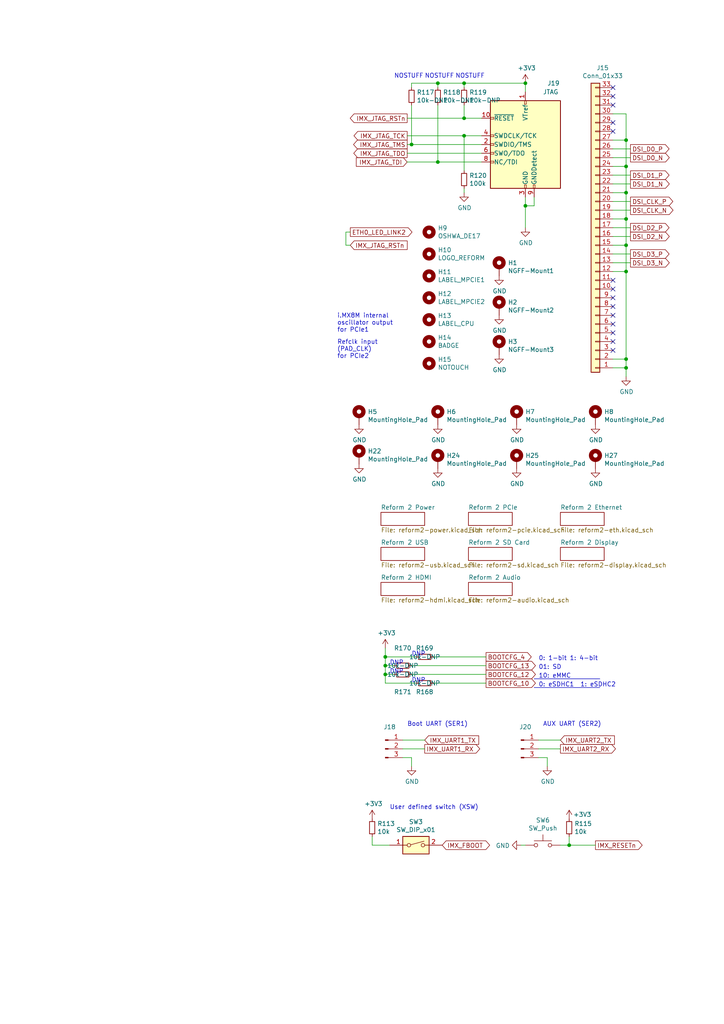
<source format=kicad_sch>
(kicad_sch (version 20231120) (generator "eeschema") (generator_version "8.0")
  (paper "A4" portrait)
  (title_block (title "MNT Reform 2") (date "2023-02-13") (rev "2.5D-2") (company "MNT Research GmbH") (comment 1 "https://mntre.com") (comment 2 "Engineer: Lukas F. Hartmann") (comment 3 "License: CERN-OHL-S 2.0"))
  (lib_symbols
    (symbol "Connector:Conn_01x03_Male" (pin_names (offset 1.016) hide)
      (property "Reference" "J" (at 0 5.08 0))
      (property "Value" "Conn_01x03_Male" (at 0 -5.08 0))
      (symbol "Conn_01x03_Male_1_1"
        (polyline (pts (xy 1.27 -2.54) (xy 0.8636 -2.54)) (stroke (width 0.1524)))
        (polyline (pts (xy 1.27 0) (xy 0.8636 0)) (stroke (width 0.1524)))
        (polyline (pts (xy 1.27 2.54) (xy 0.8636 2.54)) (stroke (width 0.1524)))
        (rectangle (start 0.8636 -2.413) (end 0 -2.667) (stroke (width 0.1524)) (fill (type outline)))
        (rectangle (start 0.8636 0.127) (end 0 -0.127) (stroke (width 0.1524)) (fill (type outline)))
        (rectangle (start 0.8636 2.667) (end 0 2.413) (stroke (width 0.1524)) (fill (type outline)))
        (pin passive line (at 5.08 2.54 180) (length 3.81) (name "Pin_1") (number "1"))
        (pin passive line (at 5.08 0 180) (length 3.81) (name "Pin_2") (number "2"))
        (pin passive line (at 5.08 -2.54 180) (length 3.81) (name "Pin_3") (number "3"))
      )
    )
    (symbol "Connector:Conn_ARM_JTAG_SWD_10" (pin_names (offset 1.016))
      (property "Reference" "J" (at -2.54 16.51 0))
      (property "Value" "Conn_ARM_JTAG_SWD_10" (at -2.54 13.97 0))
      (symbol "Conn_ARM_JTAG_SWD_10_0_1"
        (rectangle (start -10.16 12.7) (end 10.16 -12.7) (stroke (width 0.254)) (fill (type background)))
        (rectangle (start -2.794 -12.7) (end -2.286 -11.684))
        (rectangle (start -0.254 -12.7) (end 0.254 -11.684))
        (rectangle (start -0.254 12.7) (end 0.254 11.684))
        (rectangle (start 9.144 2.286) (end 10.16 2.794))
        (rectangle (start 10.16 -2.794) (end 9.144 -2.286))
        (rectangle (start 10.16 -0.254) (end 9.144 0.254))
        (rectangle (start 10.16 7.874) (end 9.144 7.366))
      )
      (symbol "Conn_ARM_JTAG_SWD_10_1_1"
        (rectangle (start 9.144 -5.334) (end 10.16 -4.826))
        (pin power_in line (at 0 15.24 270) (length 2.54) (name "VTref") (number "1"))
        (pin open_collector line (at 12.7 7.62 180) (length 2.54) (name "~{RESET}") (number "10"))
        (pin bidirectional line (at 12.7 0 180) (length 2.54) (name "SWDIO/TMS") (number "2"))
        (pin power_in line (at 0 -15.24 90) (length 2.54) (name "GND") (number "3"))
        (pin output line (at 12.7 2.54 180) (length 2.54) (name "SWDCLK/TCK") (number "4"))
        (pin passive line (at 0 -15.24 90) (length 2.54) hide (name "GND") (number "5"))
        (pin input line (at 12.7 -2.54 180) (length 2.54) (name "SWO/TDO") (number "6"))
        (pin no_connect line (at -10.16 0 0) (length 2.54) hide (name "KEY") (number "7"))
        (pin output line (at 12.7 -5.08 180) (length 2.54) (name "NC/TDI") (number "8"))
        (pin passive line (at -2.54 -15.24 90) (length 2.54) (name "GNDDetect") (number "9"))
      )
    )
    (symbol "Connector_Generic:Conn_01x33" (pin_names (offset 1.016) hide)
      (property "Reference" "J" (at 0 43.18 0))
      (property "Value" "Conn_01x33" (at 0 -43.18 0))
      (symbol "Conn_01x33_1_1"
        (rectangle (start -1.27 -40.513) (end 0 -40.767) (stroke (width 0.1524)))
        (rectangle (start -1.27 -37.973) (end 0 -38.227) (stroke (width 0.1524)))
        (rectangle (start -1.27 -35.433) (end 0 -35.687) (stroke (width 0.1524)))
        (rectangle (start -1.27 -32.893) (end 0 -33.147) (stroke (width 0.1524)))
        (rectangle (start -1.27 -30.353) (end 0 -30.607) (stroke (width 0.1524)))
        (rectangle (start -1.27 -27.813) (end 0 -28.067) (stroke (width 0.1524)))
        (rectangle (start -1.27 -25.273) (end 0 -25.527) (stroke (width 0.1524)))
        (rectangle (start -1.27 -22.733) (end 0 -22.987) (stroke (width 0.1524)))
        (rectangle (start -1.27 -20.193) (end 0 -20.447) (stroke (width 0.1524)))
        (rectangle (start -1.27 -17.653) (end 0 -17.907) (stroke (width 0.1524)))
        (rectangle (start -1.27 -15.113) (end 0 -15.367) (stroke (width 0.1524)))
        (rectangle (start -1.27 -12.573) (end 0 -12.827) (stroke (width 0.1524)))
        (rectangle (start -1.27 -10.033) (end 0 -10.287) (stroke (width 0.1524)))
        (rectangle (start -1.27 -7.493) (end 0 -7.747) (stroke (width 0.1524)))
        (rectangle (start -1.27 -4.953) (end 0 -5.207) (stroke (width 0.1524)))
        (rectangle (start -1.27 -2.413) (end 0 -2.667) (stroke (width 0.1524)))
        (rectangle (start -1.27 0.127) (end 0 -0.127) (stroke (width 0.1524)))
        (rectangle (start -1.27 2.667) (end 0 2.413) (stroke (width 0.1524)))
        (rectangle (start -1.27 5.207) (end 0 4.953) (stroke (width 0.1524)))
        (rectangle (start -1.27 7.747) (end 0 7.493) (stroke (width 0.1524)))
        (rectangle (start -1.27 10.287) (end 0 10.033) (stroke (width 0.1524)))
        (rectangle (start -1.27 12.827) (end 0 12.573) (stroke (width 0.1524)))
        (rectangle (start -1.27 15.367) (end 0 15.113) (stroke (width 0.1524)))
        (rectangle (start -1.27 17.907) (end 0 17.653) (stroke (width 0.1524)))
        (rectangle (start -1.27 20.447) (end 0 20.193) (stroke (width 0.1524)))
        (rectangle (start -1.27 22.987) (end 0 22.733) (stroke (width 0.1524)))
        (rectangle (start -1.27 25.527) (end 0 25.273) (stroke (width 0.1524)))
        (rectangle (start -1.27 28.067) (end 0 27.813) (stroke (width 0.1524)))
        (rectangle (start -1.27 30.607) (end 0 30.353) (stroke (width 0.1524)))
        (rectangle (start -1.27 33.147) (end 0 32.893) (stroke (width 0.1524)))
        (rectangle (start -1.27 35.687) (end 0 35.433) (stroke (width 0.1524)))
        (rectangle (start -1.27 38.227) (end 0 37.973) (stroke (width 0.1524)))
        (rectangle (start -1.27 40.767) (end 0 40.513) (stroke (width 0.1524)))
        (rectangle (start -1.27 41.91) (end 1.27 -41.91) (stroke (width 0.254)) (fill (type background)))
        (pin passive line (at -5.08 40.64 0) (length 3.81) (name "Pin_1") (number "1"))
        (pin passive line (at -5.08 17.78 0) (length 3.81) (name "Pin_10") (number "10"))
        (pin passive line (at -5.08 15.24 0) (length 3.81) (name "Pin_11") (number "11"))
        (pin passive line (at -5.08 12.7 0) (length 3.81) (name "Pin_12") (number "12"))
        (pin passive line (at -5.08 10.16 0) (length 3.81) (name "Pin_13") (number "13"))
        (pin passive line (at -5.08 7.62 0) (length 3.81) (name "Pin_14") (number "14"))
        (pin passive line (at -5.08 5.08 0) (length 3.81) (name "Pin_15") (number "15"))
        (pin passive line (at -5.08 2.54 0) (length 3.81) (name "Pin_16") (number "16"))
        (pin passive line (at -5.08 0 0) (length 3.81) (name "Pin_17") (number "17"))
        (pin passive line (at -5.08 -2.54 0) (length 3.81) (name "Pin_18") (number "18"))
        (pin passive line (at -5.08 -5.08 0) (length 3.81) (name "Pin_19") (number "19"))
        (pin passive line (at -5.08 38.1 0) (length 3.81) (name "Pin_2") (number "2"))
        (pin passive line (at -5.08 -7.62 0) (length 3.81) (name "Pin_20") (number "20"))
        (pin passive line (at -5.08 -10.16 0) (length 3.81) (name "Pin_21") (number "21"))
        (pin passive line (at -5.08 -12.7 0) (length 3.81) (name "Pin_22") (number "22"))
        (pin passive line (at -5.08 -15.24 0) (length 3.81) (name "Pin_23") (number "23"))
        (pin passive line (at -5.08 -17.78 0) (length 3.81) (name "Pin_24") (number "24"))
        (pin passive line (at -5.08 -20.32 0) (length 3.81) (name "Pin_25") (number "25"))
        (pin passive line (at -5.08 -22.86 0) (length 3.81) (name "Pin_26") (number "26"))
        (pin passive line (at -5.08 -25.4 0) (length 3.81) (name "Pin_27") (number "27"))
        (pin passive line (at -5.08 -27.94 0) (length 3.81) (name "Pin_28") (number "28"))
        (pin passive line (at -5.08 -30.48 0) (length 3.81) (name "Pin_29") (number "29"))
        (pin passive line (at -5.08 35.56 0) (length 3.81) (name "Pin_3") (number "3"))
        (pin passive line (at -5.08 -33.02 0) (length 3.81) (name "Pin_30") (number "30"))
        (pin passive line (at -5.08 -35.56 0) (length 3.81) (name "Pin_31") (number "31"))
        (pin passive line (at -5.08 -38.1 0) (length 3.81) (name "Pin_32") (number "32"))
        (pin passive line (at -5.08 -40.64 0) (length 3.81) (name "Pin_33") (number "33"))
        (pin passive line (at -5.08 33.02 0) (length 3.81) (name "Pin_4") (number "4"))
        (pin passive line (at -5.08 30.48 0) (length 3.81) (name "Pin_5") (number "5"))
        (pin passive line (at -5.08 27.94 0) (length 3.81) (name "Pin_6") (number "6"))
        (pin passive line (at -5.08 25.4 0) (length 3.81) (name "Pin_7") (number "7"))
        (pin passive line (at -5.08 22.86 0) (length 3.81) (name "Pin_8") (number "8"))
        (pin passive line (at -5.08 20.32 0) (length 3.81) (name "Pin_9") (number "9"))
      )
    )
    (symbol "Device:R_Small" (pin_numbers hide) (pin_names (offset 0.254) hide)
      (property "Reference" "R" (at 0.762 0.508 0))
      (property "Value" "R_Small" (at 0.762 -1.016 0))
      (symbol "R_Small_0_1"
        (rectangle (start -0.762 1.778) (end 0.762 -1.778) (stroke (width 0.2032)))
      )
      (symbol "R_Small_1_1"
        (pin passive line (at 0 2.54 270) (length 0.762) (name "~") (number "1"))
        (pin passive line (at 0 -2.54 90) (length 0.762) (name "~") (number "2"))
      )
    )
    (symbol "Mechanical:MountingHole" (pin_names (offset 1.016))
      (property "Reference" "H" (at 0 5.08 0))
      (property "Value" "MountingHole" (at 0 3.175 0))
      (symbol "MountingHole_0_1"
        (circle (center 0 0) (radius 1.27) (stroke (width 1.27)))
      )
    )
    (symbol "Mechanical:MountingHole_Pad" (pin_numbers hide) (pin_names (offset 1.016) hide)
      (property "Reference" "H" (at 0 6.35 0))
      (property "Value" "MountingHole_Pad" (at 0 4.445 0))
      (symbol "MountingHole_Pad_0_1"
        (circle (center 0 1.27) (radius 1.27) (stroke (width 1.27)))
      )
      (symbol "MountingHole_Pad_1_1"
        (pin input line (at 0 -2.54 90) (length 2.54) (name "1") (number "1"))
      )
    )
    (symbol "Switch:SW_DIP_x01" (pin_names (offset 0) hide)
      (property "Reference" "SW" (at 0 3.81 0))
      (property "Value" "SW_DIP_x01" (at 0 -3.81 0))
      (symbol "SW_DIP_x01_0_0"
        (circle (center -2.032 0) (radius 0.508))
        (polyline (pts (xy -1.524 0.127) (xy 2.3622 1.1684)))
        (circle (center 2.032 0) (radius 0.508))
      )
      (symbol "SW_DIP_x01_0_1"
        (rectangle (start -3.81 2.54) (end 3.81 -2.54) (stroke (width 0.254)) (fill (type background)))
      )
      (symbol "SW_DIP_x01_1_1"
        (pin passive line (at -7.62 0 0) (length 5.08) (name "~") (number "1"))
        (pin passive line (at 7.62 0 180) (length 5.08) (name "~") (number "2"))
      )
    )
    (symbol "Switch:SW_Push" (pin_numbers hide) (pin_names (offset 1.016) hide)
      (property "Reference" "SW" (at 1.27 2.54 0))
      (property "Value" "SW_Push" (at 0 -1.524 0))
      (symbol "SW_Push_0_1"
        (circle (center -2.032 0) (radius 0.508))
        (polyline (pts (xy 0 1.27) (xy 0 3.048)))
        (polyline (pts (xy 2.54 1.27) (xy -2.54 1.27)))
        (circle (center 2.032 0) (radius 0.508))
        (pin passive line (at -5.08 0 0) (length 2.54) (name "1") (number "1"))
        (pin passive line (at 5.08 0 180) (length 2.54) (name "2") (number "2"))
      )
    )
    (symbol "power:+3V3" (power) (pin_names (offset 0))
      (property "Value" "+3V3" (at 0 3.556 0))
      (symbol "+3V3_0_1"
        (polyline (pts (xy -0.762 1.27) (xy 0 2.54)))
        (polyline (pts (xy 0 0) (xy 0 2.54)))
        (polyline (pts (xy 0 2.54) (xy 0.762 1.27)))
      )
      (symbol "+3V3_1_1"
        (pin power_in line (at 0 0 90) (length 0) hide (name "+3V3") (number "1"))
      )
    )
    (symbol "power:GND" (power) (pin_names (offset 0))
      (property "Value" "GND" (at 0 -3.81 0))
      (symbol "GND_0_1"
        (polyline (pts (xy 0 0) (xy 0 -1.27) (xy 1.27 -1.27) (xy 0 -2.54) (xy -1.27 -1.27) (xy 0 -1.27)))
      )
      (symbol "GND_1_1"
        (pin power_in line (at 0 0 270) (length 0) hide (name "GND") (number "1"))
      )
    )
  )
  (junction (at 134.62 24.13))
  (junction (at 119.38 41.91))
  (junction (at 181.61 106.68))
  (junction (at 111.76 195.58))
  (junction (at 181.61 104.14))
  (junction (at 181.61 71.12))
  (junction (at 134.62 39.37))
  (junction (at 181.61 63.5))
  (junction (at 181.61 40.64))
  (junction (at 152.4 24.13))
  (junction (at 127 46.99))
  (junction (at 181.61 55.88))
  (junction (at 181.61 48.26))
  (junction (at 111.76 193.04))
  (junction (at 181.61 78.74))
  (junction (at 152.4 59.69))
  (junction (at 111.76 190.5))
  (junction (at 165.1 245.11))
  (junction (at 127 24.13))
  (junction (at 134.62 34.29))
  (no_connect (at 177.8 91.44))
  (no_connect (at 177.8 83.82))
  (no_connect (at 177.8 27.94))
  (no_connect (at 177.8 99.06))
  (no_connect (at 177.8 81.28))
  (no_connect (at 177.8 88.9))
  (no_connect (at 177.8 93.98))
  (no_connect (at 177.8 38.1))
  (no_connect (at 177.8 25.4))
  (no_connect (at 177.8 96.52))
  (no_connect (at 177.8 35.56))
  (no_connect (at 177.8 30.48))
  (no_connect (at 177.8 101.6))
  (no_connect (at 177.8 86.36))
  (wire (pts (xy 111.76 195.58) (xy 111.76 193.04)))
  (wire (pts (xy 127 24.13) (xy 127 25.4)))
  (wire (pts (xy 119.38 24.13) (xy 119.38 25.4)))
  (wire (pts (xy 177.8 68.58) (xy 182.88 68.58)))
  (wire (pts (xy 100.33 67.31) (xy 101.6 67.31)))
  (wire (pts (xy 181.61 78.74) (xy 181.61 104.14)))
  (polyline (pts (xy 154.94 196.85) (xy 173.99 196.85)))
  (wire (pts (xy 111.76 193.04) (xy 114.3 193.04)))
  (wire (pts (xy 177.8 48.26) (xy 181.61 48.26)))
  (wire (pts (xy 181.61 109.22) (xy 181.61 106.68)))
  (wire (pts (xy 119.38 193.04) (xy 140.97 193.04)))
  (wire (pts (xy 152.4 59.69) (xy 152.4 66.04)))
  (wire (pts (xy 162.56 214.63) (xy 156.21 214.63)))
  (wire (pts (xy 181.61 48.26) (xy 181.61 55.88)))
  (wire (pts (xy 182.88 50.8) (xy 177.8 50.8)))
  (wire (pts (xy 111.76 193.04) (xy 111.76 190.5)))
  (wire (pts (xy 134.62 30.48) (xy 134.62 34.29)))
  (wire (pts (xy 165.1 245.11) (xy 172.72 245.11)))
  (wire (pts (xy 134.62 24.13) (xy 127 24.13)))
  (wire (pts (xy 165.1 242.57) (xy 165.1 245.11)))
  (wire (pts (xy 125.73 198.12) (xy 140.97 198.12)))
  (wire (pts (xy 127 30.48) (xy 127 46.99)))
  (wire (pts (xy 181.61 40.64) (xy 181.61 48.26)))
  (wire (pts (xy 134.62 34.29) (xy 139.7 34.29)))
  (wire (pts (xy 127 24.13) (xy 119.38 24.13)))
  (wire (pts (xy 177.8 60.96) (xy 182.88 60.96)))
  (wire (pts (xy 181.61 33.02) (xy 181.61 40.64)))
  (wire (pts (xy 101.6 71.12) (xy 100.33 71.12)))
  (wire (pts (xy 177.8 63.5) (xy 181.61 63.5)))
  (wire (pts (xy 134.62 39.37) (xy 139.7 39.37)))
  (polyline (pts (xy 154.94 199.39) (xy 173.99 199.39)))
  (wire (pts (xy 182.88 58.42) (xy 177.8 58.42)))
  (wire (pts (xy 125.73 190.5) (xy 140.97 190.5)))
  (wire (pts (xy 123.19 214.63) (xy 116.84 214.63)))
  (wire (pts (xy 152.4 24.13) (xy 134.62 24.13)))
  (wire (pts (xy 158.75 219.71) (xy 156.21 219.71)))
  (wire (pts (xy 119.38 195.58) (xy 140.97 195.58)))
  (wire (pts (xy 177.8 40.64) (xy 181.61 40.64)))
  (wire (pts (xy 182.88 45.72) (xy 177.8 45.72)))
  (wire (pts (xy 177.8 33.02) (xy 181.61 33.02)))
  (wire (pts (xy 182.88 73.66) (xy 177.8 73.66)))
  (wire (pts (xy 162.56 245.11) (xy 165.1 245.11)))
  (wire (pts (xy 182.88 66.04) (xy 177.8 66.04)))
  (wire (pts (xy 134.62 55.88) (xy 134.62 54.61)))
  (wire (pts (xy 127 46.99) (xy 139.7 46.99)))
  (wire (pts (xy 118.11 39.37) (xy 134.62 39.37)))
  (wire (pts (xy 152.4 57.15) (xy 152.4 59.69)))
  (wire (pts (xy 177.8 76.2) (xy 182.88 76.2)))
  (wire (pts (xy 100.33 71.12) (xy 100.33 67.31)))
  (wire (pts (xy 181.61 63.5) (xy 181.61 71.12)))
  (wire (pts (xy 162.56 217.17) (xy 156.21 217.17)))
  (wire (pts (xy 118.11 34.29) (xy 134.62 34.29)))
  (wire (pts (xy 107.95 245.11) (xy 107.95 242.57)))
  (wire (pts (xy 139.7 44.45) (xy 118.11 44.45)))
  (wire (pts (xy 134.62 49.53) (xy 134.62 39.37)))
  (wire (pts (xy 134.62 24.13) (xy 134.62 25.4)))
  (wire (pts (xy 119.38 41.91) (xy 139.7 41.91)))
  (wire (pts (xy 177.8 53.34) (xy 182.88 53.34)))
  (wire (pts (xy 151.13 245.11) (xy 152.4 245.11)))
  (wire (pts (xy 119.38 222.25) (xy 119.38 219.71)))
  (wire (pts (xy 181.61 106.68) (xy 177.8 106.68)))
  (wire (pts (xy 111.76 195.58) (xy 114.3 195.58)))
  (wire (pts (xy 154.94 59.69) (xy 154.94 57.15)))
  (wire (pts (xy 177.8 78.74) (xy 181.61 78.74)))
  (wire (pts (xy 158.75 222.25) (xy 158.75 219.71)))
  (wire (pts (xy 113.03 245.11) (xy 107.95 245.11)))
  (wire (pts (xy 181.61 104.14) (xy 181.61 106.68)))
  (wire (pts (xy 177.8 55.88) (xy 181.61 55.88)))
  (wire (pts (xy 119.38 41.91) (xy 119.38 30.48)))
  (wire (pts (xy 181.61 55.88) (xy 181.61 63.5)))
  (wire (pts (xy 119.38 219.71) (xy 116.84 219.71)))
  (wire (pts (xy 111.76 190.5) (xy 120.65 190.5)))
  (wire (pts (xy 177.8 71.12) (xy 181.61 71.12)))
  (wire (pts (xy 118.11 41.91) (xy 119.38 41.91)))
  (wire (pts (xy 152.4 59.69) (xy 154.94 59.69)))
  (wire (pts (xy 123.19 217.17) (xy 116.84 217.17)))
  (wire (pts (xy 182.88 43.18) (xy 177.8 43.18)))
  (wire (pts (xy 181.61 71.12) (xy 181.61 78.74)))
  (wire (pts (xy 177.8 104.14) (xy 181.61 104.14)))
  (wire (pts (xy 120.65 198.12) (xy 111.76 198.12)))
  (wire (pts (xy 127 46.99) (xy 118.11 46.99)))
  (wire (pts (xy 152.4 24.13) (xy 152.4 26.67)))
  (wire (pts (xy 111.76 195.58) (xy 111.76 198.12)))
  (wire (pts (xy 111.76 187.96) (xy 111.76 190.5)))
  (text "NOSTUFF" (at 114.3 22.86 0) (effects (font (size 1.27 1.27)) (justify left bottom)))
  (text "01: SD" (at 156.21 194.31 0) (effects (font (size 1.27 1.27)) (justify left bottom)))
  (text "10: eMMC" (at 156.21 196.85 0) (effects (font (size 1.27 1.27)) (justify left bottom)))
  (text "Boot UART (SER1)" (at 118.11 210.82 0) (effects (font (size 1.27 1.27)) (justify left bottom)))
  (text "User defined switch (XSW)" (at 113.03 234.95 0) (effects (font (size 1.27 1.27)) (justify left bottom)))
  (text "DNP" (at 119.38 198.12 0) (effects (font (size 1.27 1.27)) (justify left bottom)))
  (text "DNP" (at 113.03 193.04 0) (effects (font (size 1.27 1.27)) (justify left bottom)))
  (text "DNP" (at 113.03 195.58 0) (effects (font (size 1.27 1.27)) (justify left bottom)))
  (text "DNP" (at 119.38 190.5 0) (effects (font (size 1.27 1.27)) (justify left bottom)))
  (text "NOSTUFF" (at 123.19 22.86 0) (effects (font (size 1.27 1.27)) (justify left bottom)))
  (text "0: 1-bit 1: 4-bit" (at 156.21 191.77 0) (effects (font (size 1.27 1.27)) (justify left bottom)))
  (text "NOSTUFF" (at 132.08 22.86 0) (effects (font (size 1.27 1.27)) (justify left bottom)))
  (text "i.MX8M internal \noscillator output \nfor PCIe1" (at 97.79 96.52 0) (effects (font (size 1.27 1.27)) (justify left bottom)))
  (text "Refclk input \n(PAD_CLK) \nfor PCIe2" (at 97.79 104.14 0) (effects (font (size 1.27 1.27)) (justify left bottom)))
  (text "AUX UART (SER2)" (at 157.48 210.82 0) (effects (font (size 1.27 1.27)) (justify left bottom)))
  (text "0: eSDHC1  1: eSDHC2" (at 156.21 199.39 0) (effects (font (size 1.27 1.27)) (justify left bottom)))
  (global_label "IMX_JTAG_TMS" (shape output) (at 118.11 41.91 180) (property "Intersheetrefs" "${INTERSHEET_REFS}" (effects (hide yes))))
  (global_label "IMX_JTAG_RSTn" (shape input) (at 101.6 71.12 0) (property "Intersheetrefs" "${INTERSHEET_REFS}" (effects (hide yes))))
  (global_label "IMX_UART2_TX" (shape input) (at 162.56 214.63 0) (property "Intersheetrefs" "${INTERSHEET_REFS}" (effects (hide yes))))
  (global_label "DSI_D1_P" (shape output) (at 182.88 50.8 0) (property "Intersheetrefs" "${INTERSHEET_REFS}" (effects (hide yes))))
  (global_label "DSI_D0_N" (shape output) (at 182.88 45.72 0) (property "Intersheetrefs" "${INTERSHEET_REFS}" (effects (hide yes))))
  (global_label "DSI_CLK_P" (shape output) (at 182.88 58.42 0) (property "Intersheetrefs" "${INTERSHEET_REFS}" (effects (hide yes))))
  (global_label "IMX_UART1_TX" (shape input) (at 123.19 214.63 0) (property "Intersheetrefs" "${INTERSHEET_REFS}" (effects (hide yes))))
  (global_label "IMX_UART2_RX" (shape output) (at 162.56 217.17 0) (property "Intersheetrefs" "${INTERSHEET_REFS}" (effects (hide yes))))
  (global_label "BOOTCFG_13" (shape output) (at 140.97 193.04 0) (property "Intersheetrefs" "${INTERSHEET_REFS}" (effects (hide yes))))
  (global_label "IMX_JTAG_TCK" (shape output) (at 118.11 39.37 180) (property "Intersheetrefs" "${INTERSHEET_REFS}" (effects (hide yes))))
  (global_label "IMX_UART1_RX" (shape output) (at 123.19 217.17 0) (property "Intersheetrefs" "${INTERSHEET_REFS}" (effects (hide yes))))
  (global_label "IMX_JTAG_TDO" (shape output) (at 118.11 44.45 180) (property "Intersheetrefs" "${INTERSHEET_REFS}" (effects (hide yes))))
  (global_label "IMX_JTAG_RSTn" (shape output) (at 118.11 34.29 180) (property "Intersheetrefs" "${INTERSHEET_REFS}" (effects (hide yes))))
  (global_label "DSI_D2_N" (shape output) (at 182.88 68.58 0) (property "Intersheetrefs" "${INTERSHEET_REFS}" (effects (hide yes))))
  (global_label "BOOTCFG_10" (shape output) (at 140.97 198.12 0) (property "Intersheetrefs" "${INTERSHEET_REFS}" (effects (hide yes))))
  (global_label "IMX_JTAG_TDI" (shape input) (at 118.11 46.99 180) (property "Intersheetrefs" "${INTERSHEET_REFS}" (effects (hide yes))))
  (global_label "DSI_D0_P" (shape output) (at 182.88 43.18 0) (property "Intersheetrefs" "${INTERSHEET_REFS}" (effects (hide yes))))
  (global_label "BOOTCFG_12" (shape output) (at 140.97 195.58 0) (property "Intersheetrefs" "${INTERSHEET_REFS}" (effects (hide yes))))
  (global_label "BOOTCFG_4" (shape output) (at 140.97 190.5 0) (property "Intersheetrefs" "${INTERSHEET_REFS}" (effects (hide yes))))
  (global_label "IMX_RESETn" (shape output) (at 172.72 245.11 0) (property "Intersheetrefs" "${INTERSHEET_REFS}" (effects (hide yes))))
  (global_label "DSI_D1_N" (shape output) (at 182.88 53.34 0) (property "Intersheetrefs" "${INTERSHEET_REFS}" (effects (hide yes))))
  (global_label "IMX_FBOOT" (shape bidirectional) (at 128.27 245.11 0) (property "Intersheetrefs" "${INTERSHEET_REFS}" (effects (hide yes))))
  (global_label "DSI_D3_N" (shape output) (at 182.88 76.2 0) (property "Intersheetrefs" "${INTERSHEET_REFS}" (effects (hide yes))))
  (global_label "ETH0_LED_LINK2" (shape output) (at 101.6 67.31 0) (property "Intersheetrefs" "${INTERSHEET_REFS}" (effects (hide yes))))
  (global_label "DSI_D3_P" (shape output) (at 182.88 73.66 0) (property "Intersheetrefs" "${INTERSHEET_REFS}" (effects (hide yes))))
  (global_label "DSI_CLK_N" (shape output) (at 182.88 60.96 0) (property "Intersheetrefs" "${INTERSHEET_REFS}" (effects (hide yes))))
  (global_label "DSI_D2_P" (shape output) (at 182.88 66.04 0) (property "Intersheetrefs" "${INTERSHEET_REFS}" (effects (hide yes))))
  (symbol (lib_id "Mechanical:MountingHole_Pad") (at 144.78 77.47 0) (unit 1)
    (property "Reference" "H1" (at 147.32 76.2254 0) (effects (justify left)))
    (property "Value" "NGFF-Mount1" (at 147.32 78.5368 0) (effects (justify left)))
    (property "Footprint" "footprints:WA-SMSI-M2" (effects (hide yes)))
    (property "Checked" "y" (effects (hide yes)))
    (property "Distributor" "None" (effects (hide yes)))
    (property "Manufacturer" "Wurth" (effects (hide yes)))
    (property "Manufacturer_No" "9774020243R" (effects (hide yes)))
  )
  (symbol (lib_id "power:GND") (at 144.78 80.01 0) (unit 1)
    (property "Reference" "#PWR099" (effects (hide yes)))
    (property "Value" "GND" (at 144.907 84.4042 0))
  )
  (symbol (lib_id "power:GND") (at 144.78 91.44 0) (unit 1)
    (property "Reference" "#PWR0100" (effects (hide yes)))
    (property "Value" "GND" (at 144.907 95.8342 0))
  )
  (symbol (lib_id "Mechanical:MountingHole_Pad") (at 144.78 88.9 0) (unit 1)
    (property "Reference" "H2" (at 147.32 87.6554 0) (effects (justify left)))
    (property "Value" "NGFF-Mount2" (at 147.32 89.9668 0) (effects (justify left)))
    (property "Footprint" "footprints:WA-SMSI-M2" (effects (hide yes)))
    (property "Checked" "y" (effects (hide yes)))
    (property "Distributor" "None" (effects (hide yes)))
    (property "DNP" "y" (effects (hide yes)))
  )
  (symbol (lib_id "power:GND") (at 144.78 102.87 0) (unit 1)
    (property "Reference" "#PWR0101" (effects (hide yes)))
    (property "Value" "GND" (at 144.907 107.2642 0))
  )
  (symbol (lib_id "Mechanical:MountingHole_Pad") (at 144.78 100.33 0) (unit 1)
    (property "Reference" "H3" (at 147.32 99.0854 0) (effects (justify left)))
    (property "Value" "NGFF-Mount3" (at 147.32 101.3968 0) (effects (justify left)))
    (property "Footprint" "footprints:WA-SMSI-M2" (effects (hide yes)))
    (property "Checked" "y" (effects (hide yes)))
    (property "Distributor" "None" (effects (hide yes)))
    (property "DNP" "y" (effects (hide yes)))
  )
  (symbol (lib_id "power:GND") (at 104.14 134.62 0) (unit 1)
    (property "Reference" "#PWR0214" (effects (hide yes)))
    (property "Value" "GND" (at 104.267 139.0142 0))
  )
  (symbol (lib_id "Mechanical:MountingHole_Pad") (at 104.14 132.08 0) (unit 1)
    (property "Reference" "H22" (at 106.68 130.8354 0) (effects (justify left)))
    (property "Value" "MountingHole_Pad" (at 106.68 133.1468 0) (effects (justify left)))
    (property "Footprint" "footprints:WA-SMSI-M2" (effects (hide yes)))
    (property "Manufacturer" "Wurth" (effects (hide yes)))
    (property "Manufacturer_No" "9774025243R" (effects (hide yes)))
    (property "Checked" "y" (effects (hide yes)))
    (property "Distributor" "Mouser" (effects (hide yes)))
  )
  (symbol (lib_id "power:GND") (at 127 135.89 0) (unit 1)
    (property "Reference" "#PWR0223" (effects (hide yes)))
    (property "Value" "GND" (at 127.127 140.2842 0))
  )
  (symbol (lib_id "Mechanical:MountingHole_Pad") (at 127 133.35 0) (unit 1)
    (property "Reference" "H24" (at 129.54 132.1054 0) (effects (justify left)))
    (property "Value" "MountingHole_Pad" (at 129.54 134.4168 0) (effects (justify left)))
    (property "Footprint" "footprints:WA-SMSI-M2" (effects (hide yes)))
    (property "Manufacturer" "Wurth" (effects (hide yes)))
    (property "Manufacturer_No" "9774025243R" (effects (hide yes)))
    (property "Checked" "y" (effects (hide yes)))
    (property "Distributor" "Mouser" (effects (hide yes)))
  )
  (symbol (lib_id "power:GND") (at 149.86 135.89 0) (unit 1)
    (property "Reference" "#PWR0224" (effects (hide yes)))
    (property "Value" "GND" (at 149.987 140.2842 0))
  )
  (symbol (lib_id "Mechanical:MountingHole_Pad") (at 149.86 133.35 0) (unit 1)
    (property "Reference" "H25" (at 152.4 132.1054 0) (effects (justify left)))
    (property "Value" "MountingHole_Pad" (at 152.4 134.4168 0) (effects (justify left)))
    (property "Footprint" "footprints:WA-SMSI-M2" (effects (hide yes)))
    (property "Manufacturer" "Wurth" (effects (hide yes)))
    (property "Manufacturer_No" "9774025243R" (effects (hide yes)))
    (property "Checked" "y" (effects (hide yes)))
    (property "Distributor" "Mouser" (effects (hide yes)))
  )
  (symbol (lib_id "power:GND") (at 172.72 135.89 0) (unit 1)
    (property "Reference" "#PWR0226" (effects (hide yes)))
    (property "Value" "GND" (at 172.847 140.2842 0))
  )
  (symbol (lib_id "Mechanical:MountingHole_Pad") (at 172.72 133.35 0) (unit 1)
    (property "Reference" "H27" (at 175.26 132.1054 0) (effects (justify left)))
    (property "Value" "MountingHole_Pad" (at 175.26 134.4168 0) (effects (justify left)))
    (property "Footprint" "footprints:WA-SMSI-M2" (effects (hide yes)))
    (property "Manufacturer" "Wurth" (effects (hide yes)))
    (property "Manufacturer_No" "9774025243R" (effects (hide yes)))
    (property "Checked" "y" (effects (hide yes)))
    (property "Distributor" "Mouser" (effects (hide yes)))
  )
  (symbol (lib_id "Connector:Conn_01x03_Male") (at 111.76 217.17 0) (unit 1)
    (property "Reference" "J18" (at 113.03 210.82 0))
    (property "Value" "Conn_01x03_Male" (effects (hide yes)))
    (property "Footprint" "Connector_PinHeader_2.54mm:PinHeader_1x03_P2.54mm_Horizontal" (effects (hide yes)))
    (property "Manufacturer" "Wurth" (effects (hide yes)))
    (property "Manufacturer_No" "61300311021" (effects (hide yes)))
    (property "Checked" "y" (effects (hide yes)))
    (property "Distributor" "Mouser" (effects (hide yes)))
  )
  (symbol (lib_id "Connector:Conn_01x03_Male") (at 151.13 217.17 0) (unit 1)
    (property "Reference" "J20" (at 152.4 210.82 0))
    (property "Value" "Conn_01x03_Male" (effects (hide yes)))
    (property "Footprint" "Connector_PinHeader_2.54mm:PinHeader_1x03_P2.54mm_Vertical" (effects (hide yes)))
    (property "Manufacturer" "Wurth" (effects (hide yes)))
    (property "Manufacturer_No" "61300311121" (effects (hide yes)))
    (property "Checked" "y" (effects (hide yes)))
    (property "Distributor" "Mouser" (effects (hide yes)))
  )
  (symbol (lib_id "power:GND") (at 158.75 222.25 0) (unit 1)
    (property "Reference" "#PWR061" (effects (hide yes)))
    (property "Value" "GND" (at 158.877 226.6442 0))
  )
  (symbol (lib_id "Mechanical:MountingHole_Pad") (at 104.14 120.65 0) (unit 1)
    (property "Reference" "H5" (at 106.68 119.4054 0) (effects (justify left)))
    (property "Value" "MountingHole_Pad" (at 106.68 121.7168 0) (effects (justify left)))
    (property "Footprint" "MountingHole:MountingHole_2.2mm_M2_DIN965_Pad" (effects (hide yes)))
    (property "Checked" "y" (effects (hide yes)))
    (property "Distributor" "None" (effects (hide yes)))
    (property "DNP" "y" (effects (hide yes)))
  )
  (symbol (lib_id "Switch:SW_Push") (at 157.48 245.11 0) (unit 1)
    (property "Reference" "SW6" (at 157.48 237.871 0))
    (property "Value" "SW_Push" (at 157.48 240.1824 0))
    (property "Footprint" "footprints:UK-B0206-G3.8-250-JZ" (effects (hide yes)))
    (property "Manufacturer" "USAKRO" (effects (hide yes)))
    (property "Manufacturer_No" "UK-B0206-G3.8-250-JZ" (effects (hide yes)))
    (property "Checked" "y" (effects (hide yes)))
    (property "Distributor" "Mouser" (effects (hide yes)))
  )
  (symbol (lib_id "power:GND") (at 104.14 123.19 0) (unit 1)
    (property "Reference" "#PWR0183" (effects (hide yes)))
    (property "Value" "GND" (at 104.267 127.5842 0))
  )
  (symbol (lib_id "Mechanical:MountingHole_Pad") (at 127 120.65 0) (unit 1)
    (property "Reference" "H6" (at 129.54 119.4054 0) (effects (justify left)))
    (property "Value" "MountingHole_Pad" (at 129.54 121.7168 0) (effects (justify left)))
    (property "Footprint" "MountingHole:MountingHole_2.2mm_M2_DIN965_Pad" (effects (hide yes)))
    (property "Checked" "y" (effects (hide yes)))
    (property "Distributor" "None" (effects (hide yes)))
    (property "DNP" "y" (effects (hide yes)))
  )
  (symbol (lib_id "power:GND") (at 127 123.19 0) (unit 1)
    (property "Reference" "#PWR0184" (effects (hide yes)))
    (property "Value" "GND" (at 127.127 127.5842 0))
  )
  (symbol (lib_id "Mechanical:MountingHole_Pad") (at 149.86 120.65 0) (unit 1)
    (property "Reference" "H7" (at 152.4 119.4054 0) (effects (justify left)))
    (property "Value" "MountingHole_Pad" (at 152.4 121.7168 0) (effects (justify left)))
    (property "Footprint" "MountingHole:MountingHole_2.2mm_M2_DIN965_Pad" (effects (hide yes)))
    (property "Checked" "y" (effects (hide yes)))
    (property "Distributor" "None" (effects (hide yes)))
    (property "DNP" "y" (effects (hide yes)))
  )
  (symbol (lib_id "power:GND") (at 149.86 123.19 0) (unit 1)
    (property "Reference" "#PWR0185" (effects (hide yes)))
    (property "Value" "GND" (at 149.987 127.5842 0))
  )
  (symbol (lib_id "Mechanical:MountingHole_Pad") (at 172.72 120.65 0) (unit 1)
    (property "Reference" "H8" (at 175.26 119.4054 0) (effects (justify left)))
    (property "Value" "MountingHole_Pad" (at 175.26 121.7168 0) (effects (justify left)))
    (property "Footprint" "MountingHole:MountingHole_2.2mm_M2_DIN965_Pad" (effects (hide yes)))
    (property "Checked" "y" (effects (hide yes)))
    (property "Distributor" "None" (effects (hide yes)))
    (property "DNP" "y" (effects (hide yes)))
  )
  (symbol (lib_id "power:GND") (at 172.72 123.19 0) (unit 1)
    (property "Reference" "#PWR0186" (effects (hide yes)))
    (property "Value" "GND" (at 172.847 127.5842 0))
  )
  (symbol (lib_id "power:GND") (at 151.13 245.11 270) (unit 1)
    (property "Reference" "#PWR054" (effects (hide yes)))
    (property "Value" "GND" (at 147.8788 245.237 90) (effects (justify right)))
  )
  (symbol (lib_id "power:+3V3") (at 165.1 237.49 0) (unit 1)
    (property "Reference" "#PWR059" (effects (hide yes)))
    (property "Value" "+3V3" (at 168.91 236.22 0))
  )
  (symbol (lib_id "Device:R_Small") (at 165.1 240.03 0) (unit 1)
    (property "Reference" "R115" (at 166.5986 238.8616 0) (effects (justify left)))
    (property "Value" "10k" (at 166.5986 241.173 0) (effects (justify left)))
    (property "Footprint" "Resistor_SMD:R_0603_1608Metric" (effects (hide yes)))
    (property "Manufacturer" "Yageo" (effects (hide yes)))
    (property "Manufacturer_No" "RC0603FR-0710KL" (effects (hide yes)))
    (property "Checked" "y" (effects (hide yes)))
    (property "Distributor" "Mouser" (effects (hide yes)))
  )
  (symbol (lib_id "power:GND") (at 119.38 222.25 0) (unit 1)
    (property "Reference" "#PWR0225" (effects (hide yes)))
    (property "Value" "GND" (at 119.507 226.6442 0))
  )
  (symbol (lib_id "Switch:SW_DIP_x01") (at 120.65 245.11 0) (unit 1)
    (property "Reference" "SW3" (at 120.65 238.3282 0))
    (property "Value" "SW_DIP_x01" (at 120.65 240.6396 0))
    (property "Footprint" "Button_Switch_SMD:SW_DIP_SPSTx01_Slide_Omron_A6S-110x_W8.9mm_P2.54mm" (effects (hide yes)))
    (property "Manufacturer" "Apem" (effects (hide yes)))
    (property "Manufacturer_No" "DM01" (effects (hide yes)))
    (property "Checked" "y" (effects (hide yes)))
    (property "Distributor" "Mouser" (effects (hide yes)))
  )
  (symbol (lib_id "Device:R_Small") (at 107.95 240.03 180) (unit 1)
    (property "Reference" "R113" (at 109.4486 238.8616 0) (effects (justify right)))
    (property "Value" "10k" (at 109.4486 241.173 0) (effects (justify right)))
    (property "Footprint" "Resistor_SMD:R_0603_1608Metric" (effects (hide yes)))
    (property "Manufacturer" "Yageo" (effects (hide yes)))
    (property "Manufacturer_No" "RC0603FR-0710KL" (effects (hide yes)))
    (property "Checked" "y" (effects (hide yes)))
    (property "Distributor" "Mouser" (effects (hide yes)))
  )
  (symbol (lib_id "Device:R_Small") (at 123.19 190.5 270) (unit 1)
    (property "Reference" "R169" (at 123.19 187.96 90))
    (property "Value" "10k-DNP" (at 123.19 190.5 90))
    (property "Footprint" "Resistor_SMD:R_0603_1608Metric" (effects (hide yes)))
    (property "Manufacturer" "Yageo" (effects (hide yes)))
    (property "Manufacturer_No" "RC0603FR-0710KL" (effects (hide yes)))
    (property "Checked" "y" (effects (hide yes)))
    (property "Distributor" "Mouser" (effects (hide yes)))
    (property "DNP" "y" (effects (hide yes)))
  )
  (symbol (lib_id "Device:R_Small") (at 116.84 193.04 270) (unit 1)
    (property "Reference" "R170" (at 116.84 187.96 90))
    (property "Value" "10k-DNP" (at 116.84 193.04 90))
    (property "Footprint" "Resistor_SMD:R_0603_1608Metric" (effects (hide yes)))
    (property "Manufacturer" "Yageo" (effects (hide yes)))
    (property "Manufacturer_No" "RC0603FR-0710KL" (effects (hide yes)))
    (property "Checked" "y" (effects (hide yes)))
    (property "Distributor" "Mouser" (effects (hide yes)))
    (property "DNP" "y" (effects (hide yes)))
  )
  (symbol (lib_id "power:+3V3") (at 111.76 187.96 0) (unit 1)
    (property "Reference" "#PWR03" (effects (hide yes)))
    (property "Value" "+3V3" (at 112.141 183.5658 0))
  )
  (symbol (lib_id "power:+3V3") (at 107.95 237.49 0) (unit 1)
    (property "Reference" "#PWR051" (effects (hide yes)))
    (property "Value" "+3V3" (at 108.331 233.0958 0))
  )
  (symbol (lib_id "Device:R_Small") (at 116.84 195.58 270) (unit 1)
    (property "Reference" "R171" (at 116.84 200.66 90))
    (property "Value" "10k-DNP" (at 116.84 195.58 90))
    (property "Footprint" "Resistor_SMD:R_0603_1608Metric" (effects (hide yes)))
    (property "Manufacturer" "Yageo" (effects (hide yes)))
    (property "Manufacturer_No" "RC0603FR-0710KL" (effects (hide yes)))
    (property "Checked" "y" (effects (hide yes)))
    (property "Distributor" "Mouser" (effects (hide yes)))
    (property "DNP" "y" (effects (hide yes)))
  )
  (symbol (lib_id "Device:R_Small") (at 123.19 198.12 90) (unit 1)
    (property "Reference" "R168" (at 123.19 200.66 90))
    (property "Value" "10k-DNP" (at 123.19 198.12 90))
    (property "Footprint" "Resistor_SMD:R_0603_1608Metric" (effects (hide yes)))
    (property "Manufacturer" "Yageo" (effects (hide yes)))
    (property "Manufacturer_No" "RC0603FR-0710KL" (effects (hide yes)))
    (property "Checked" "y" (effects (hide yes)))
    (property "Distributor" "Mouser" (effects (hide yes)))
    (property "DNP" "y" (effects (hide yes)))
  )
  (symbol (lib_id "Device:R_Small") (at 119.38 27.94 0) (unit 1)
    (property "Reference" "R117" (at 120.8786 26.7716 0) (effects (justify left)))
    (property "Value" "10k-DNP" (at 120.8786 29.083 0) (effects (justify left)))
    (property "Footprint" "Resistor_SMD:R_0603_1608Metric" (effects (hide yes)))
    (property "Manufacturer" "Yageo" (effects (hide yes)))
    (property "Manufacturer_No" "RC0603FR-0710KL" (effects (hide yes)))
    (property "Checked" "y" (effects (hide yes)))
    (property "Distributor" "Mouser" (effects (hide yes)))
    (property "DNP" "y" (effects (hide yes)))
  )
  (symbol (lib_id "Device:R_Small") (at 127 27.94 0) (unit 1)
    (property "Reference" "R118" (at 128.4986 26.7716 0) (effects (justify left)))
    (property "Value" "10k-DNP" (at 128.4986 29.083 0) (effects (justify left)))
    (property "Footprint" "Resistor_SMD:R_0603_1608Metric" (effects (hide yes)))
    (property "Manufacturer" "Yageo" (effects (hide yes)))
    (property "Manufacturer_No" "RC0603FR-0710KL" (effects (hide yes)))
    (property "Checked" "y" (effects (hide yes)))
    (property "Distributor" "Mouser" (effects (hide yes)))
    (property "DNP" "y" (effects (hide yes)))
  )
  (symbol (lib_id "Device:R_Small") (at 134.62 52.07 0) (unit 1)
    (property "Reference" "R120" (at 136.1186 50.9016 0) (effects (justify left)))
    (property "Value" "100k" (at 136.1186 53.213 0) (effects (justify left)))
    (property "Footprint" "Resistor_SMD:R_0603_1608Metric" (effects (hide yes)))
    (property "Manufacturer" "Vishay Dale" (effects (hide yes)))
    (property "Manufacturer_No" "CRCW0603100KJNEAC" (effects (hide yes)))
    (property "Checked" "y" (effects (hide yes)))
    (property "Distributor" "Mouser" (effects (hide yes)))
  )
  (symbol (lib_id "Device:R_Small") (at 134.62 27.94 0) (unit 1)
    (property "Reference" "R119" (at 136.1186 26.7716 0) (effects (justify left)))
    (property "Value" "10k-DNP" (at 136.1186 29.083 0) (effects (justify left)))
    (property "Footprint" "Resistor_SMD:R_0603_1608Metric" (effects (hide yes)))
    (property "Manufacturer" "Yageo" (effects (hide yes)))
    (property "Manufacturer_No" "RC0603FR-0710KL" (effects (hide yes)))
    (property "Checked" "y" (effects (hide yes)))
    (property "Distributor" "Mouser" (effects (hide yes)))
    (property "DNP" "y" (effects (hide yes)))
  )
  (symbol (lib_id "Mechanical:MountingHole") (at 124.46 67.31 0) (unit 1)
    (property "Reference" "H9" (at 127 66.1416 0) (effects (justify left)))
    (property "Value" "OSHWA_DE17" (at 127 68.453 0) (effects (justify left)))
    (property "Footprint" "footprints:oshwa-de17" (effects (hide yes)))
    (property "Checked" "y" (effects (hide yes)))
    (property "Distributor" "None" (effects (hide yes)))
    (property "DNP" "y" (effects (hide yes)))
  )
  (symbol (lib_id "Connector:Conn_ARM_JTAG_SWD_10") (at 152.4 41.91 0) (mirror y) (unit 1)
    (property "Reference" "J19" (at 158.75 24.13 0) (effects (justify right)))
    (property "Value" "JTAG" (at 157.48 26.67 0) (effects (justify right)))
    (property "Footprint" "Connector_PinHeader_1.27mm:PinHeader_2x05_P1.27mm_Vertical" (effects (hide yes)))
    (property "Manufacturer" "Amphenol FCI" (effects (hide yes)))
    (property "Manufacturer_No" "20021111-00010T4LF" (effects (hide yes)))
    (property "Checked" "y" (effects (hide yes)))
    (property "Distributor" "Mouser" (effects (hide yes)))
  )
  (symbol (lib_id "power:+3V3") (at 152.4 24.13 0) (unit 1)
    (property "Reference" "#PWR0103" (effects (hide yes)))
    (property "Value" "+3V3" (at 152.781 19.7358 0))
  )
  (symbol (lib_id "power:GND") (at 134.62 55.88 0) (unit 1)
    (property "Reference" "#PWR0218" (effects (hide yes)))
    (property "Value" "GND" (at 134.747 60.2742 0))
  )
  (symbol (lib_id "power:GND") (at 152.4 66.04 0) (unit 1)
    (property "Reference" "#PWR0219" (effects (hide yes)))
    (property "Value" "GND" (at 152.527 70.4342 0))
  )
  (symbol (lib_id "Mechanical:MountingHole") (at 124.46 73.66 0) (unit 1)
    (property "Reference" "H10" (at 127 72.4916 0) (effects (justify left)))
    (property "Value" "LOGO_REFORM" (at 127 74.803 0) (effects (justify left)))
    (property "Footprint" "reform2-motherboard:mntreform" (effects (hide yes)))
    (property "Checked" "y" (effects (hide yes)))
    (property "Distributor" "None" (effects (hide yes)))
    (property "DNP" "y" (effects (hide yes)))
  )
  (symbol (lib_id "Mechanical:MountingHole") (at 124.46 80.01 0) (unit 1)
    (property "Reference" "H11" (at 127 78.8416 0) (effects (justify left)))
    (property "Value" "LABEL_MPCIE1" (at 127 81.153 0) (effects (justify left)))
    (property "Footprint" "footprints:mpcie" (effects (hide yes)))
    (property "Checked" "y" (effects (hide yes)))
    (property "Distributor" "None" (effects (hide yes)))
    (property "DNP" "y" (effects (hide yes)))
  )
  (symbol (lib_id "Mechanical:MountingHole") (at 124.46 86.36 0) (unit 1)
    (property "Reference" "H12" (at 127 85.1916 0) (effects (justify left)))
    (property "Value" "LABEL_MPCIE2" (at 127 87.503 0) (effects (justify left)))
    (property "Footprint" "footprints:nvme" (effects (hide yes)))
    (property "Checked" "y" (effects (hide yes)))
    (property "Distributor" "None" (effects (hide yes)))
    (property "DNP" "y" (effects (hide yes)))
  )
  (symbol (lib_id "Connector_Generic:Conn_01x33") (at 172.72 66.04 180) (unit 1)
    (property "Reference" "J15" (at 174.8028 19.685 0))
    (property "Value" "Conn_01x33" (at 174.8028 21.9964 0))
    (property "Footprint" "Connector_FFC-FPC:Hirose_FH12-33S-0.5SH_1x33-1MP_P0.50mm_Horizontal" (effects (hide yes)))
    (property "Manufacturer" "Hirose" (effects (hide yes)))
    (property "Manufacturer_No" "FH12-33S-0.5SH(55)" (effects (hide yes)))
    (property "Checked" "y" (effects (hide yes)))
    (property "Distributor" "Mouser" (effects (hide yes)))
  )
  (symbol (lib_id "power:GND") (at 181.61 109.22 0) (unit 1)
    (property "Reference" "#PWR02" (effects (hide yes)))
    (property "Value" "GND" (at 181.737 113.6142 0))
  )
  (symbol (lib_id "Mechanical:MountingHole") (at 124.46 92.71 0) (unit 1)
    (property "Reference" "H13" (at 127 91.5416 0) (effects (justify left)))
    (property "Value" "LABEL_CPU" (at 127 93.853 0) (effects (justify left)))
    (property "Footprint" "footprints:cpu" (effects (hide yes)))
    (property "Checked" "y" (effects (hide yes)))
    (property "Distributor" "None" (effects (hide yes)))
    (property "DNP" "y" (effects (hide yes)))
  )
  (symbol (lib_id "Mechanical:MountingHole") (at 124.46 99.06 0) (unit 1)
    (property "Reference" "H14" (at 127 97.8916 0) (effects (justify left)))
    (property "Value" "BADGE" (at 127 100.203 0) (effects (justify left)))
    (property "Footprint" "footprints:reform2-motherboard-badge" (effects (hide yes)))
    (property "Checked" "y" (effects (hide yes)))
    (property "Distributor" "None" (effects (hide yes)))
    (property "DNP" "y" (effects (hide yes)))
  )
  (symbol (lib_id "Mechanical:MountingHole") (at 124.46 105.41 0) (unit 1)
    (property "Reference" "H15" (at 127 104.2416 0) (effects (justify left)))
    (property "Value" "NOTOUCH" (at 127 106.553 0) (effects (justify left)))
    (property "Footprint" "Symbol:ESD-Logo_8.9x8mm_SilkScreen" (effects (hide yes)))
    (property "Checked" "y" (effects (hide yes)))
    (property "Distributor" "None" (effects (hide yes)))
    (property "DNP" "y" (effects (hide yes)))
  )
  (sheet (at 110.49 148.59) (size 12.7 3.81)
    (property "Sheetname" "Reform 2 Power" (at 110.49 147.8784 0) (effects (justify left bottom)))
    (property "Sheetfile" "reform2-power.kicad_sch" (at 110.49 152.9846 0) (effects (justify left top)))
  )
  (sheet (at 110.49 158.75) (size 12.7 3.81)
    (property "Sheetname" "Reform 2 USB" (at 110.49 158.0384 0) (effects (justify left bottom)))
    (property "Sheetfile" "reform2-usb.kicad_sch" (at 110.49 163.1446 0) (effects (justify left top)))
  )
  (sheet (at 162.56 148.59) (size 12.7 3.81)
    (property "Sheetname" "Reform 2 Ethernet" (at 162.56 147.8784 0) (effects (justify left bottom)))
    (property "Sheetfile" "reform2-eth.kicad_sch" (at 162.56 152.9846 0) (effects (justify left top)))
  )
  (sheet (at 162.56 158.75) (size 12.7 3.81)
    (property "Sheetname" "Reform 2 Display" (at 162.56 158.0384 0) (effects (justify left bottom)))
    (property "Sheetfile" "reform2-display.kicad_sch" (at 162.56 163.1446 0) (effects (justify left top)))
  )
  (sheet (at 135.89 148.59) (size 12.7 3.81)
    (property "Sheetname" "Reform 2 PCIe" (at 135.89 147.8784 0) (effects (justify left bottom)))
    (property "Sheetfile" "reform2-pcie.kicad_sch" (at 135.89 152.9846 0) (effects (justify left top)))
  )
  (sheet (at 135.89 158.75) (size 12.7 3.81)
    (property "Sheetname" "Reform 2 SD Card" (at 135.89 158.0384 0) (effects (justify left bottom)))
    (property "Sheetfile" "reform2-sd.kicad_sch" (at 135.89 163.1446 0) (effects (justify left top)))
  )
  (sheet (at 110.49 168.91) (size 12.7 3.81)
    (property "Sheetname" "Reform 2 HDMI" (at 110.49 168.1984 0) (effects (justify left bottom)))
    (property "Sheetfile" "reform2-hdmi.kicad_sch" (at 110.49 173.3046 0) (effects (justify left top)))
  )
  (sheet (at 135.89 168.91) (size 12.7 3.81)
    (property "Sheetname" "Reform 2 Audio" (at 135.89 168.1984 0) (effects (justify left bottom)))
    (property "Sheetfile" "reform2-audio.kicad_sch" (at 135.89 173.3046 0) (effects (justify left top)))
  )
)
</source>
